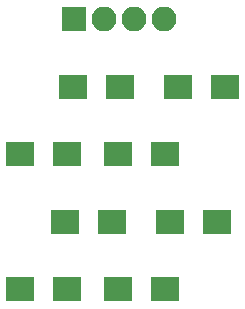
<source format=gbr>
G04 #@! TF.FileFunction,Soldermask,Bot*
%FSLAX46Y46*%
G04 Gerber Fmt 4.6, Leading zero omitted, Abs format (unit mm)*
G04 Created by KiCad (PCBNEW 4.0.7) date 07/07/18 12:03:53*
%MOMM*%
%LPD*%
G01*
G04 APERTURE LIST*
%ADD10C,0.100000*%
%ADD11R,2.400000X2.100000*%
%ADD12R,2.100000X2.100000*%
%ADD13O,2.100000X2.100000*%
G04 APERTURE END LIST*
D10*
D11*
X119285000Y-102235000D03*
X123285000Y-102235000D03*
X123095000Y-107950000D03*
X127095000Y-107950000D03*
X127540000Y-113665000D03*
X131540000Y-113665000D03*
X123285000Y-113665000D03*
X119285000Y-113665000D03*
X127730000Y-96520000D03*
X123730000Y-96520000D03*
X131540000Y-102235000D03*
X127540000Y-102235000D03*
X135985000Y-107950000D03*
X131985000Y-107950000D03*
X132620000Y-96520000D03*
X136620000Y-96520000D03*
D12*
X123825000Y-90805000D03*
D13*
X126365000Y-90805000D03*
X128905000Y-90805000D03*
X131445000Y-90805000D03*
M02*

</source>
